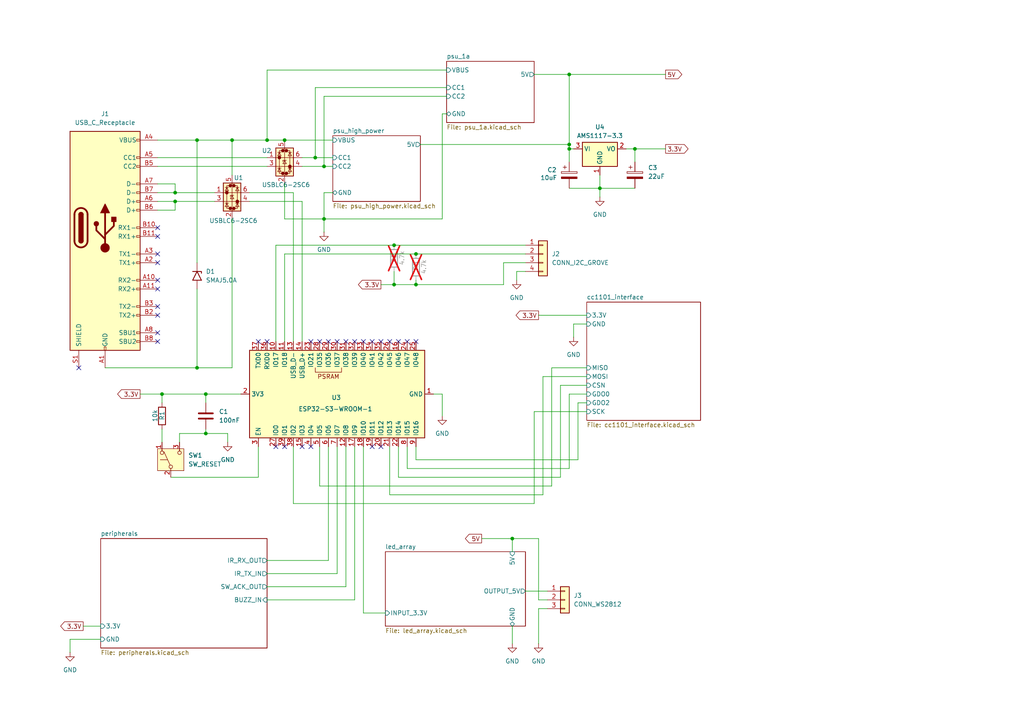
<source format=kicad_sch>
(kicad_sch (version 20250114) (generator "eeschema") (generator_version "9.0")
  (paper "A4")
  (lib_symbols
    (symbol "Connector:USB_C_Receptacle" (pin_names (offset 1.016))
      (property "Reference" "J" (at -10.16 29.21 0))
      (property "Value" "USB_C_Receptacle" (at 10.16 29.21 0))
      (symbol "USB_C_Receptacle_0_0"
        (rectangle (start -0.254 -35.56) (end 0.254 -34.544))
        (rectangle (start 10.16 25.654) (end 9.144 25.146))
        (rectangle (start 10.16 20.574) (end 9.144 20.066))
        (rectangle (start 10.16 18.034) (end 9.144 17.526))
        (rectangle (start 10.16 12.954) (end 9.144 12.446))
        (rectangle (start 10.16 10.414) (end 9.144 9.906))
        (rectangle (start 10.16 7.874) (end 9.144 7.366))
        (rectangle (start 10.16 5.334) (end 9.144 4.826))
        (rectangle (start 10.16 0.254) (end 9.144 -0.254))
        (rectangle (start 10.16 -2.286) (end 9.144 -2.794))
        (rectangle (start 10.16 -7.366) (end 9.144 -7.874))
        (rectangle (start 10.16 -9.906) (end 9.144 -10.414))
        (rectangle (start 10.16 -14.986) (end 9.144 -15.494))
        (rectangle (start 10.16 -17.526) (end 9.144 -18.034))
        (rectangle (start 10.16 -22.606) (end 9.144 -23.114))
        (rectangle (start 10.16 -25.146) (end 9.144 -25.654))
        (rectangle (start 10.16 -30.226) (end 9.144 -30.734))
        (rectangle (start 10.16 -32.766) (end 9.144 -33.274))
      )
      (symbol "USB_C_Receptacle_0_1"
        (rectangle (start -10.16 27.94) (end 10.16 -35.56) (stroke (width 0.254)) (fill (type background)))
        (polyline (pts (xy -8.89 -3.81) (xy -8.89 3.81)) (stroke (width 0.508)))
        (rectangle (start -7.62 -3.81) (end -6.35 3.81) (stroke (width 0.254)) (fill (type outline)))
        (arc (start -7.62 3.81) (mid -6.985 4.4423) (end -6.35 3.81) (stroke (width 0.254)))
        (arc (start -7.62 3.81) (mid -6.985 4.4423) (end -6.35 3.81) (stroke (width 0.254)) (fill (type outline)))
        (arc (start -8.89 3.81) (mid -6.985 5.7067) (end -5.08 3.81) (stroke (width 0.508)))
        (arc (start -5.08 -3.81) (mid -6.985 -5.7067) (end -8.89 -3.81) (stroke (width 0.508)))
        (arc (start -6.35 -3.81) (mid -6.985 -4.4423) (end -7.62 -3.81) (stroke (width 0.254)))
        (arc (start -6.35 -3.81) (mid -6.985 -4.4423) (end -7.62 -3.81) (stroke (width 0.254)) (fill (type outline)))
        (polyline (pts (xy -5.08 3.81) (xy -5.08 -3.81)) (stroke (width 0.508)))
      )
      (symbol "USB_C_Receptacle_1_1"
        (circle (center -2.54 1.143) (radius 0.635) (stroke (width 0.254)) (fill (type outline)))
        (polyline (pts (xy -1.27 4.318) (xy 0 6.858) (xy 1.27 4.318) (xy -1.27 4.318)) (stroke (width 0.254)) (fill (type outline)))
        (polyline (pts (xy 0 -2.032) (xy 2.54 0.508) (xy 2.54 1.778)) (stroke (width 0.508)))
        (polyline (pts (xy 0 -3.302) (xy -2.54 -0.762) (xy -2.54 0.508)) (stroke (width 0.508)))
        (polyline (pts (xy 0 -5.842) (xy 0 4.318)) (stroke (width 0.508)))
        (circle (center 0 -5.842) (radius 1.27) (fill (type outline)))
        (rectangle (start 1.905 1.778) (end 3.175 3.048) (stroke (width 0.254)) (fill (type outline)))
        (pin passive line (at -7.62 -40.64 90) (length 5.08) (name "SHIELD") (number "S1"))
        (pin passive line (at 0 -40.64 90) (length 5.08) (name "GND") (number "A1"))
        (pin passive line (at 0 -40.64 90) (length 5.08) (hide yes) (name "GND") (number "A12"))
        (pin passive line (at 0 -40.64 90) (length 5.08) (hide yes) (name "GND") (number "B1"))
        (pin passive line (at 0 -40.64 90) (length 5.08) (hide yes) (name "GND") (number "B12"))
        (pin passive line (at 15.24 25.4 180) (length 5.08) (name "VBUS") (number "A4"))
        (pin passive line (at 15.24 25.4 180) (length 5.08) (hide yes) (name "VBUS") (number "A9"))
        (pin passive line (at 15.24 25.4 180) (length 5.08) (hide yes) (name "VBUS") (number "B4"))
        (pin passive line (at 15.24 25.4 180) (length 5.08) (hide yes) (name "VBUS") (number "B9"))
        (pin bidirectional line (at 15.24 20.32 180) (length 5.08) (name "CC1") (number "A5"))
        (pin bidirectional line (at 15.24 17.78 180) (length 5.08) (name "CC2") (number "B5"))
        (pin bidirectional line (at 15.24 12.7 180) (length 5.08) (name "D-") (number "A7"))
        (pin bidirectional line (at 15.24 10.16 180) (length 5.08) (name "D-") (number "B7"))
        (pin bidirectional line (at 15.24 7.62 180) (length 5.08) (name "D+") (number "A6"))
        (pin bidirectional line (at 15.24 5.08 180) (length 5.08) (name "D+") (number "B6"))
        (pin bidirectional line (at 15.24 0 180) (length 5.08) (name "RX1-") (number "B10"))
        (pin bidirectional line (at 15.24 -2.54 180) (length 5.08) (name "RX1+") (number "B11"))
        (pin bidirectional line (at 15.24 -7.62 180) (length 5.08) (name "TX1-") (number "A3"))
        (pin bidirectional line (at 15.24 -10.16 180) (length 5.08) (name "TX1+") (number "A2"))
        (pin bidirectional line (at 15.24 -15.24 180) (length 5.08) (name "RX2-") (number "A10"))
        (pin bidirectional line (at 15.24 -17.78 180) (length 5.08) (name "RX2+") (number "A11"))
        (pin bidirectional line (at 15.24 -22.86 180) (length 5.08) (name "TX2-") (number "B3"))
        (pin bidirectional line (at 15.24 -25.4 180) (length 5.08) (name "TX2+") (number "B2"))
        (pin bidirectional line (at 15.24 -30.48 180) (length 5.08) (name "SBU1") (number "A8"))
        (pin bidirectional line (at 15.24 -33.02 180) (length 5.08) (name "SBU2") (number "B8"))
      )
    )
    (symbol "Connector_Generic:Conn_01x03" (pin_names (offset 1.016) (hide yes))
      (property "Reference" "J" (at 0 5.08 0))
      (property "Value" "Conn_01x03" (at 0 -5.08 0))
      (symbol "Conn_01x03_1_1"
        (rectangle (start -1.27 3.81) (end 1.27 -3.81) (stroke (width 0.254)) (fill (type background)))
        (rectangle (start -1.27 2.667) (end 0 2.413) (stroke (width 0.1524)))
        (rectangle (start -1.27 0.127) (end 0 -0.127) (stroke (width 0.1524)))
        (rectangle (start -1.27 -2.413) (end 0 -2.667) (stroke (width 0.1524)))
        (pin passive line (at -5.08 2.54 0) (length 3.81) (name "Pin_1") (number "1"))
        (pin passive line (at -5.08 0 0) (length 3.81) (name "Pin_2") (number "2"))
        (pin passive line (at -5.08 -2.54 0) (length 3.81) (name "Pin_3") (number "3"))
      )
    )
    (symbol "Connector_Generic:Conn_01x04" (pin_names (offset 1.016) (hide yes))
      (property "Reference" "J" (at 0 5.08 0))
      (property "Value" "Conn_01x04" (at 0 -7.62 0))
      (symbol "Conn_01x04_1_1"
        (rectangle (start -1.27 3.81) (end 1.27 -6.35) (stroke (width 0.254)) (fill (type background)))
        (rectangle (start -1.27 2.667) (end 0 2.413) (stroke (width 0.1524)))
        (rectangle (start -1.27 0.127) (end 0 -0.127) (stroke (width 0.1524)))
        (rectangle (start -1.27 -2.413) (end 0 -2.667) (stroke (width 0.1524)))
        (rectangle (start -1.27 -4.953) (end 0 -5.207) (stroke (width 0.1524)))
        (pin passive line (at -5.08 2.54 0) (length 3.81) (name "Pin_1") (number "1"))
        (pin passive line (at -5.08 0 0) (length 3.81) (name "Pin_2") (number "2"))
        (pin passive line (at -5.08 -2.54 0) (length 3.81) (name "Pin_3") (number "3"))
        (pin passive line (at -5.08 -5.08 0) (length 3.81) (name "Pin_4") (number "4"))
      )
    )
    (symbol "Device:C" (pin_numbers (hide yes)) (pin_names (offset 0.254))
      (property "Reference" "C" (at 0.635 2.54 0))
      (property "Value" "C" (at 0.635 -2.54 0))
      (symbol "C_0_1"
        (polyline (pts (xy -2.032 0.762) (xy 2.032 0.762)) (stroke (width 0.508)))
        (polyline (pts (xy -2.032 -0.762) (xy 2.032 -0.762)) (stroke (width 0.508)))
      )
      (symbol "C_1_1"
        (pin passive line (at 0 3.81 270) (length 2.794) (name "~") (number "1"))
        (pin passive line (at 0 -3.81 90) (length 2.794) (name "~") (number "2"))
      )
    )
    (symbol "Device:C_Polarized" (pin_numbers (hide yes)) (pin_names (offset 0.254))
      (property "Reference" "C" (at 0.635 2.54 0))
      (property "Value" "C_Polarized" (at 0.635 -2.54 0))
      (symbol "C_Polarized_0_1"
        (rectangle (start -2.286 0.508) (end 2.286 1.016))
        (polyline (pts (xy -1.778 2.286) (xy -0.762 2.286)))
        (polyline (pts (xy -1.27 2.794) (xy -1.27 1.778)))
        (rectangle (start 2.286 -0.508) (end -2.286 -1.016) (fill (type outline)))
      )
      (symbol "C_Polarized_1_1"
        (pin passive line (at 0 3.81 270) (length 2.794) (name "~") (number "1"))
        (pin passive line (at 0 -3.81 90) (length 2.794) (name "~") (number "2"))
      )
    )
    (symbol "Device:R" (pin_numbers (hide yes)) (pin_names (offset 0))
      (property "Reference" "R" (at 2.032 0 90))
      (property "Value" "R" (at 0 0 90))
      (symbol "R_0_1"
        (rectangle (start -1.016 -2.54) (end 1.016 2.54) (stroke (width 0.254)))
      )
      (symbol "R_1_1"
        (pin passive line (at 0 3.81 270) (length 1.27) (name "~") (number "1"))
        (pin passive line (at 0 -3.81 90) (length 1.27) (name "~") (number "2"))
      )
    )
    (symbol "Diode:SMAJ5.0A" (pin_numbers (hide yes)) (pin_names (offset 1.016) (hide yes))
      (property "Reference" "D" (at 0 2.54 0))
      (property "Value" "SMAJ5.0A" (at 0 -2.54 0))
      (symbol "SMAJ5.0A_0_1"
        (polyline (pts (xy -0.762 1.27) (xy -1.27 1.27) (xy -1.27 -1.27)) (stroke (width 0.254)))
        (polyline (pts (xy 1.27 1.27) (xy 1.27 -1.27) (xy -1.27 0) (xy 1.27 1.27)) (stroke (width 0.254)))
      )
      (symbol "SMAJ5.0A_1_1"
        (pin passive line (at -3.81 0 0) (length 2.54) (name "A1") (number "1"))
        (pin passive line (at 3.81 0 180) (length 2.54) (name "A2") (number "2"))
      )
    )
    (symbol "Power_Protection:USBLC6-2SC6" (pin_names (hide yes))
      (property "Reference" "U" (at 0.635 5.715 0))
      (property "Value" "USBLC6-2SC6" (at 0.635 3.81 0))
      (symbol "USBLC6-2SC6_0_0"
        (circle (center -1.524 0) (radius 0.0001) (stroke (width 0.508)))
        (circle (center -0.508 2.032) (radius 0.0001) (stroke (width 0.508)))
        (circle (center -0.508 -4.572) (radius 0.0001) (stroke (width 0.508)))
        (circle (center 0.508 2.032) (radius 0.0001) (stroke (width 0.508)))
        (circle (center 0.508 -4.572) (radius 0.0001) (stroke (width 0.508)))
        (circle (center 1.524 -2.54) (radius 0.0001) (stroke (width 0.508)))
      )
      (symbol "USBLC6-2SC6_0_1"
        (polyline (pts (xy -2.54 0) (xy 2.54 0)))
        (polyline (pts (xy -2.54 -2.54) (xy 2.54 -2.54)))
        (polyline (pts (xy -2.032 0.508) (xy -1.016 0.508) (xy -1.524 1.524) (xy -2.032 0.508)))
        (polyline (pts (xy -2.032 -3.048) (xy -1.016 -3.048)))
        (polyline (pts (xy -1.016 1.524) (xy -2.032 1.524)))
        (polyline (pts (xy -1.016 -4.064) (xy -2.032 -4.064) (xy -1.524 -3.048) (xy -1.016 -4.064)))
        (polyline (pts (xy -0.508 -1.143) (xy -0.508 -0.762) (xy 0.508 -0.762)))
        (polyline (pts (xy 0 2.54) (xy -0.508 2.032) (xy 0.508 2.032) (xy 0 1.524) (xy 0 -4.064) (xy -0.508 -4.572) (xy 0.508 -4.572) (xy 0 -5.08)))
        (polyline (pts (xy 0.508 -1.778) (xy -0.508 -1.778) (xy 0 -0.762) (xy 0.508 -1.778)))
        (polyline (pts (xy 1.016 1.524) (xy 2.032 1.524)))
        (polyline (pts (xy 1.016 -3.048) (xy 2.032 -3.048)))
        (polyline (pts (xy 2.032 0.508) (xy 1.016 0.508) (xy 1.524 1.524) (xy 2.032 0.508)))
        (polyline (pts (xy 2.032 -4.064) (xy 1.016 -4.064) (xy 1.524 -3.048) (xy 2.032 -4.064)))
      )
      (symbol "USBLC6-2SC6_1_1"
        (rectangle (start -2.54 2.794) (end 2.54 -5.334) (stroke (width 0.254)) (fill (type background)))
        (polyline (pts (xy -0.508 2.032) (xy -1.524 2.032) (xy -1.524 -4.572) (xy -0.508 -4.572)))
        (polyline (pts (xy 0.508 -4.572) (xy 1.524 -4.572) (xy 1.524 2.032) (xy 0.508 2.032)))
        (pin passive line (at -5.08 0 0) (length 2.54) (name "I/O1") (number "1"))
        (pin passive line (at -5.08 -2.54 0) (length 2.54) (name "I/O2") (number "3"))
        (pin passive line (at 0 5.08 270) (length 2.54) (name "VBUS") (number "5"))
        (pin passive line (at 0 -7.62 90) (length 2.54) (name "GND") (number "2"))
        (pin passive line (at 5.08 0 180) (length 2.54) (name "I/O1") (number "6"))
        (pin passive line (at 5.08 -2.54 180) (length 2.54) (name "I/O2") (number "4"))
      )
    )
    (symbol "RF_Module:ESP32-S3-WROOM-1"
      (property "Reference" "U" (at -12.7 26.67 0))
      (property "Value" "ESP32-S3-WROOM-1" (at 12.7 26.67 0))
      (symbol "ESP32-S3-WROOM-1_0_0"
        (rectangle (start -12.7 25.4) (end 12.7 -25.4) (stroke (width 0.254)) (fill (type background)))
        (text "PSRAM" (at 5.08 2.54 900) (effects (font (size 1.27 1.27))))
      )
      (symbol "ESP32-S3-WROOM-1_0_1"
        (polyline (pts (xy 7.62 -1.27) (xy 6.35 -1.27) (xy 6.35 6.35) (xy 7.62 6.35)))
      )
      (symbol "ESP32-S3-WROOM-1_1_1"
        (pin input line (at -15.24 22.86 0) (length 2.54) (name "EN") (number "3"))
        (pin bidirectional line (at -15.24 17.78 0) (length 2.54) (name "IO0") (number "27"))
        (pin bidirectional line (at -15.24 15.24 0) (length 2.54) (name "IO1") (number "39"))
        (pin bidirectional line (at -15.24 12.7 0) (length 2.54) (name "IO2") (number "38"))
        (pin bidirectional line (at -15.24 10.16 0) (length 2.54) (name "IO3") (number "15"))
        (pin bidirectional line (at -15.24 7.62 0) (length 2.54) (name "IO4") (number "4"))
        (pin bidirectional line (at -15.24 5.08 0) (length 2.54) (name "IO5") (number "5"))
        (pin bidirectional line (at -15.24 2.54 0) (length 2.54) (name "IO6") (number "6"))
        (pin bidirectional line (at -15.24 0 0) (length 2.54) (name "IO7") (number "7"))
        (pin bidirectional line (at -15.24 -2.54 0) (length 2.54) (name "IO8") (number "12"))
        (pin bidirectional line (at -15.24 -5.08 0) (length 2.54) (name "IO9") (number "17"))
        (pin bidirectional line (at -15.24 -7.62 0) (length 2.54) (name "IO10") (number "18"))
        (pin bidirectional line (at -15.24 -10.16 0) (length 2.54) (name "IO11") (number "19"))
        (pin bidirectional line (at -15.24 -12.7 0) (length 2.54) (name "IO12") (number "20"))
        (pin bidirectional line (at -15.24 -15.24 0) (length 2.54) (name "IO13") (number "21"))
        (pin bidirectional line (at -15.24 -17.78 0) (length 2.54) (name "IO14") (number "22"))
        (pin bidirectional line (at -15.24 -20.32 0) (length 2.54) (name "IO15") (number "8"))
        (pin bidirectional line (at -15.24 -22.86 0) (length 2.54) (name "IO16") (number "9"))
        (pin power_in line (at 0 27.94 270) (length 2.54) (name "3V3") (number "2"))
        (pin power_in line (at 0 -27.94 90) (length 2.54) (name "GND") (number "1"))
        (pin passive line (at 0 -27.94 90) (length 2.54) (hide yes) (name "GND") (number "40"))
        (pin passive line (at 0 -27.94 90) (length 2.54) (hide yes) (name "GND") (number "41"))
        (pin bidirectional line (at 15.24 22.86 180) (length 2.54) (name "TXD0") (number "37"))
        (pin bidirectional line (at 15.24 20.32 180) (length 2.54) (name "RXD0") (number "36"))
        (pin bidirectional line (at 15.24 17.78 180) (length 2.54) (name "IO17") (number "10"))
        (pin bidirectional line (at 15.24 15.24 180) (length 2.54) (name "IO18") (number "11"))
        (pin bidirectional line (at 15.24 12.7 180) (length 2.54) (name "USB_D-") (number "13"))
        (pin bidirectional line (at 15.24 10.16 180) (length 2.54) (name "USB_D+") (number "14"))
        (pin bidirectional line (at 15.24 7.62 180) (length 2.54) (name "IO21") (number "23"))
        (pin bidirectional line (at 15.24 5.08 180) (length 2.54) (name "IO35") (number "28"))
        (pin bidirectional line (at 15.24 2.54 180) (length 2.54) (name "IO36") (number "29"))
        (pin bidirectional line (at 15.24 0 180) (length 2.54) (name "IO37") (number "30"))
        (pin bidirectional line (at 15.24 -2.54 180) (length 2.54) (name "IO38") (number "31"))
        (pin bidirectional line (at 15.24 -5.08 180) (length 2.54) (name "IO39") (number "32"))
        (pin bidirectional line (at 15.24 -7.62 180) (length 2.54) (name "IO40") (number "33"))
        (pin bidirectional line (at 15.24 -10.16 180) (length 2.54) (name "IO41") (number "34"))
        (pin bidirectional line (at 15.24 -12.7 180) (length 2.54) (name "IO42") (number "35"))
        (pin bidirectional line (at 15.24 -15.24 180) (length 2.54) (name "IO45") (number "26"))
        (pin bidirectional line (at 15.24 -17.78 180) (length 2.54) (name "IO46") (number "16"))
        (pin bidirectional line (at 15.24 -20.32 180) (length 2.54) (name "IO47") (number "24"))
        (pin bidirectional line (at 15.24 -22.86 180) (length 2.54) (name "IO48") (number "25"))
      )
    )
    (symbol "Regulator_Linear:AMS1117-3.3"
      (property "Reference" "U" (at -3.81 3.175 0))
      (property "Value" "AMS1117-3.3" (at 0 3.175 0))
      (symbol "AMS1117-3.3_0_1"
        (rectangle (start -5.08 -5.08) (end 5.08 1.905) (stroke (width 0.254)) (fill (type background)))
      )
      (symbol "AMS1117-3.3_1_1"
        (pin power_in line (at -7.62 0 0) (length 2.54) (name "VI") (number "3"))
        (pin power_in line (at 0 -7.62 90) (length 2.54) (name "GND") (number "1"))
        (pin power_out line (at 7.62 0 180) (length 2.54) (name "VO") (number "2"))
      )
    )
    (symbol "Switch:SW_Push_SPDT" (pin_names (offset 0) (hide yes))
      (property "Reference" "SW" (at 0 5.08 0))
      (property "Value" "SW_Push_SPDT" (at 0 -5.08 0))
      (symbol "SW_Push_SPDT_0_0"
        (circle (center -2.032 0) (radius 0.508))
        (polyline (pts (xy 0 1.016) (xy 0 3.048)))
        (circle (center 2.032 -2.54) (radius 0.508))
      )
      (symbol "SW_Push_SPDT_0_1"
        (polyline (pts (xy -1.524 0.2032) (xy 2.3368 1.9812)))
        (circle (center 2.032 2.54) (radius 0.508))
      )
      (symbol "SW_Push_SPDT_1_1"
        (rectangle (start -3.175 3.81) (end 3.175 -3.81) (fill (type background)))
        (pin passive line (at -5.08 0 0) (length 2.54) (name "B") (number "2"))
        (pin passive line (at 5.08 2.54 180) (length 2.54) (name "A") (number "1"))
        (pin passive line (at 5.08 -2.54 180) (length 2.54) (name "C") (number "3"))
      )
    )
    (symbol "power:GND" (power) (pin_numbers (hide yes)) (pin_names (offset 0) (hide yes))
      (property "Value" "GND" (at 0 -3.81 0))
      (symbol "GND_0_1"
        (polyline (pts (xy 0 0) (xy 0 -1.27) (xy 1.27 -1.27) (xy 0 -2.54) (xy -1.27 -1.27) (xy 0 -1.27)))
      )
      (symbol "GND_1_1"
        (pin power_in line (at 0 0 270) (length 0) (name "~") (number "1"))
      )
    )
  )
  (junction (at 148.59 156.21))
  (junction (at 77.47 40.64))
  (junction (at 165.1 41.91))
  (junction (at 57.15 106.68))
  (junction (at 59.69 125.73))
  (junction (at 165.1 21.59))
  (junction (at 59.69 114.3))
  (junction (at 173.99 54.61))
  (junction (at 50.8 58.42))
  (junction (at 120.65 82.55))
  (junction (at 120.65 73.66))
  (junction (at 165.1 43.18))
  (junction (at 46.99 114.3))
  (junction (at 91.44 45.72))
  (junction (at 82.55 40.64))
  (junction (at 93.98 63.5))
  (junction (at 114.3 71.12))
  (junction (at 184.15 43.18))
  (junction (at 50.8 55.88))
  (junction (at 114.3 82.55))
  (junction (at 93.98 48.26))
  (junction (at 57.15 40.64))
  (junction (at 67.31 40.64))
  (no_connect (at 45.72 68.58))
  (no_connect (at 45.72 88.9))
  (no_connect (at 45.72 76.2))
  (no_connect (at 90.17 129.54))
  (no_connect (at 45.72 99.06))
  (no_connect (at 45.72 91.44))
  (no_connect (at 45.72 81.28))
  (no_connect (at 82.55 129.54))
  (no_connect (at 77.47 99.06))
  (no_connect (at 107.95 99.06))
  (no_connect (at 115.57 99.06))
  (no_connect (at 45.72 73.66))
  (no_connect (at 80.01 129.54))
  (no_connect (at 100.33 99.06))
  (no_connect (at 87.63 129.54))
  (no_connect (at 105.41 99.06))
  (no_connect (at 92.71 99.06))
  (no_connect (at 45.72 96.52))
  (no_connect (at 110.49 129.54))
  (no_connect (at 97.79 99.06))
  (no_connect (at 74.93 99.06))
  (no_connect (at 120.65 99.06))
  (no_connect (at 113.03 99.06))
  (no_connect (at 118.11 99.06))
  (no_connect (at 95.25 99.06))
  (no_connect (at 45.72 66.04))
  (no_connect (at 45.72 83.82))
  (no_connect (at 110.49 99.06))
  (no_connect (at 22.86 106.68))
  (no_connect (at 102.87 99.06))
  (no_connect (at 90.17 99.06))
  (no_connect (at 107.95 129.54))
  (wire (pts (xy 74.93 129.54) (xy 74.93 138.43)))
  (wire (pts (xy 165.1 21.59) (xy 165.1 41.91)))
  (wire (pts (xy 102.87 173.99) (xy 102.87 129.54)))
  (wire (pts (xy 72.39 58.42) (xy 87.63 58.42)))
  (wire (pts (xy 173.99 54.61) (xy 184.15 54.61)))
  (wire (pts (xy 67.31 50.8) (xy 67.31 40.64)))
  (wire (pts (xy 148.59 181.61) (xy 148.59 186.69)))
  (wire (pts (xy 67.31 40.64) (xy 57.15 40.64)))
  (wire (pts (xy 154.94 21.59) (xy 165.1 21.59)))
  (wire (pts (xy 173.99 50.8) (xy 173.99 54.61)))
  (wire (pts (xy 157.48 143.51) (xy 157.48 109.22)))
  (wire (pts (xy 77.47 20.32) (xy 129.54 20.32)))
  (wire (pts (xy 93.98 27.94) (xy 93.98 48.26)))
  (wire (pts (xy 57.15 40.64) (xy 45.72 40.64)))
  (wire (pts (xy 46.99 124.46) (xy 46.99 128.27)))
  (wire (pts (xy 50.8 53.34) (xy 45.72 53.34)))
  (wire (pts (xy 118.11 129.54) (xy 118.11 135.89)))
  (wire (pts (xy 40.64 114.3) (xy 46.99 114.3)))
  (wire (pts (xy 59.69 114.3) (xy 69.85 114.3)))
  (wire (pts (xy 158.75 173.99) (xy 156.21 173.99)))
  (wire (pts (xy 165.1 114.3) (xy 170.18 114.3)))
  (wire (pts (xy 57.15 106.68) (xy 67.31 106.68)))
  (wire (pts (xy 118.11 135.89) (xy 165.1 135.89)))
  (wire (pts (xy 149.86 81.28) (xy 149.86 78.74)))
  (wire (pts (xy 129.54 27.94) (xy 93.98 27.94)))
  (wire (pts (xy 162.56 111.76) (xy 170.18 111.76)))
  (wire (pts (xy 115.57 138.43) (xy 162.56 138.43)))
  (wire (pts (xy 77.47 166.37) (xy 97.79 166.37)))
  (wire (pts (xy 93.98 55.88) (xy 93.98 63.5)))
  (wire (pts (xy 146.05 76.2) (xy 152.4 76.2)))
  (wire (pts (xy 154.94 119.38) (xy 170.18 119.38)))
  (wire (pts (xy 146.05 82.55) (xy 146.05 76.2)))
  (wire (pts (xy 166.37 93.98) (xy 170.18 93.98)))
  (wire (pts (xy 82.55 40.64) (xy 96.52 40.64)))
  (wire (pts (xy 52.07 125.73) (xy 59.69 125.73)))
  (wire (pts (xy 87.63 48.26) (xy 93.98 48.26)))
  (wire (pts (xy 156.21 173.99) (xy 156.21 156.21)))
  (wire (pts (xy 114.3 82.55) (xy 120.65 82.55)))
  (wire (pts (xy 82.55 63.5) (xy 93.98 63.5)))
  (wire (pts (xy 184.15 43.18) (xy 193.04 43.18)))
  (wire (pts (xy 125.73 114.3) (xy 128.27 114.3)))
  (wire (pts (xy 24.13 181.61) (xy 29.21 181.61)))
  (wire (pts (xy 82.55 73.66) (xy 120.65 73.66)))
  (wire (pts (xy 129.54 33.02) (xy 128.27 33.02)))
  (wire (pts (xy 95.25 162.56) (xy 95.25 129.54)))
  (wire (pts (xy 115.57 129.54) (xy 115.57 138.43)))
  (wire (pts (xy 45.72 55.88) (xy 50.8 55.88)))
  (wire (pts (xy 113.03 143.51) (xy 157.48 143.51)))
  (wire (pts (xy 30.48 106.68) (xy 57.15 106.68)))
  (wire (pts (xy 85.09 55.88) (xy 85.09 99.06)))
  (wire (pts (xy 157.48 109.22) (xy 170.18 109.22)))
  (wire (pts (xy 59.69 125.73) (xy 66.04 125.73)))
  (wire (pts (xy 93.98 63.5) (xy 93.98 67.31)))
  (wire (pts (xy 156.21 176.53) (xy 156.21 186.69)))
  (wire (pts (xy 129.54 25.4) (xy 91.44 25.4)))
  (wire (pts (xy 57.15 40.64) (xy 57.15 76.2)))
  (wire (pts (xy 165.1 135.89) (xy 165.1 114.3)))
  (wire (pts (xy 128.27 33.02) (xy 128.27 63.5)))
  (wire (pts (xy 128.27 63.5) (xy 93.98 63.5)))
  (wire (pts (xy 156.21 91.44) (xy 170.18 91.44)))
  (wire (pts (xy 120.65 133.35) (xy 167.64 133.35)))
  (wire (pts (xy 105.41 177.8) (xy 105.41 129.54)))
  (wire (pts (xy 50.8 58.42) (xy 50.8 60.96)))
  (wire (pts (xy 166.37 97.79) (xy 166.37 93.98)))
  (wire (pts (xy 148.59 160.02) (xy 148.59 156.21)))
  (wire (pts (xy 111.76 177.8) (xy 105.41 177.8)))
  (wire (pts (xy 121.92 41.91) (xy 165.1 41.91)))
  (wire (pts (xy 113.03 129.54) (xy 113.03 143.51)))
  (wire (pts (xy 184.15 43.18) (xy 184.15 46.99)))
  (wire (pts (xy 82.55 53.34) (xy 82.55 63.5)))
  (wire (pts (xy 85.09 146.05) (xy 154.94 146.05)))
  (wire (pts (xy 77.47 173.99) (xy 102.87 173.99)))
  (wire (pts (xy 80.01 99.06) (xy 80.01 71.12)))
  (wire (pts (xy 46.99 114.3) (xy 46.99 116.84)))
  (wire (pts (xy 91.44 25.4) (xy 91.44 45.72)))
  (wire (pts (xy 45.72 58.42) (xy 50.8 58.42)))
  (wire (pts (xy 167.64 133.35) (xy 167.64 116.84)))
  (wire (pts (xy 57.15 83.82) (xy 57.15 106.68)))
  (wire (pts (xy 80.01 71.12) (xy 114.3 71.12)))
  (wire (pts (xy 162.56 138.43) (xy 162.56 111.76)))
  (wire (pts (xy 156.21 156.21) (xy 148.59 156.21)))
  (wire (pts (xy 52.07 128.27) (xy 52.07 125.73)))
  (wire (pts (xy 165.1 43.18) (xy 166.37 43.18)))
  (wire (pts (xy 165.1 43.18) (xy 165.1 46.99)))
  (wire (pts (xy 50.8 53.34) (xy 50.8 55.88)))
  (wire (pts (xy 120.65 82.55) (xy 146.05 82.55)))
  (wire (pts (xy 92.71 140.97) (xy 160.02 140.97)))
  (wire (pts (xy 45.72 45.72) (xy 77.47 45.72)))
  (wire (pts (xy 100.33 170.18) (xy 100.33 129.54)))
  (wire (pts (xy 165.1 41.91) (xy 165.1 43.18)))
  (wire (pts (xy 45.72 48.26) (xy 77.47 48.26)))
  (wire (pts (xy 184.15 43.18) (xy 181.61 43.18)))
  (wire (pts (xy 59.69 114.3) (xy 59.69 116.84)))
  (wire (pts (xy 120.65 129.54) (xy 120.65 133.35)))
  (wire (pts (xy 91.44 45.72) (xy 96.52 45.72)))
  (wire (pts (xy 96.52 55.88) (xy 93.98 55.88)))
  (wire (pts (xy 20.32 185.42) (xy 29.21 185.42)))
  (wire (pts (xy 67.31 40.64) (xy 77.47 40.64)))
  (wire (pts (xy 72.39 55.88) (xy 85.09 55.88)))
  (wire (pts (xy 110.49 82.55) (xy 114.3 82.55)))
  (wire (pts (xy 77.47 162.56) (xy 95.25 162.56)))
  (wire (pts (xy 97.79 166.37) (xy 97.79 129.54)))
  (wire (pts (xy 149.86 78.74) (xy 152.4 78.74)))
  (wire (pts (xy 20.32 189.23) (xy 20.32 185.42)))
  (wire (pts (xy 120.65 81.28) (xy 120.65 82.55)))
  (wire (pts (xy 152.4 171.45) (xy 158.75 171.45)))
  (wire (pts (xy 92.71 129.54) (xy 92.71 140.97)))
  (wire (pts (xy 66.04 125.73) (xy 66.04 128.27)))
  (wire (pts (xy 165.1 54.61) (xy 173.99 54.61)))
  (wire (pts (xy 82.55 99.06) (xy 82.55 73.66)))
  (wire (pts (xy 173.99 54.61) (xy 173.99 57.15)))
  (wire (pts (xy 148.59 156.21) (xy 139.7 156.21)))
  (wire (pts (xy 50.8 55.88) (xy 62.23 55.88)))
  (wire (pts (xy 114.3 71.12) (xy 152.4 71.12)))
  (wire (pts (xy 59.69 124.46) (xy 59.69 125.73)))
  (wire (pts (xy 50.8 58.42) (xy 62.23 58.42)))
  (wire (pts (xy 77.47 170.18) (xy 100.33 170.18)))
  (wire (pts (xy 45.72 60.96) (xy 50.8 60.96)))
  (wire (pts (xy 128.27 114.3) (xy 128.27 120.65)))
  (wire (pts (xy 77.47 40.64) (xy 82.55 40.64)))
  (wire (pts (xy 160.02 140.97) (xy 160.02 106.68)))
  (wire (pts (xy 87.63 58.42) (xy 87.63 99.06)))
  (wire (pts (xy 85.09 129.54) (xy 85.09 146.05)))
  (wire (pts (xy 165.1 21.59) (xy 193.04 21.59)))
  (wire (pts (xy 46.99 114.3) (xy 59.69 114.3)))
  (wire (pts (xy 158.75 176.53) (xy 156.21 176.53)))
  (wire (pts (xy 154.94 146.05) (xy 154.94 119.38)))
  (wire (pts (xy 114.3 78.74) (xy 114.3 82.55)))
  (wire (pts (xy 160.02 106.68) (xy 170.18 106.68)))
  (wire (pts (xy 49.53 138.43) (xy 74.93 138.43)))
  (wire (pts (xy 77.47 20.32) (xy 77.47 40.64)))
  (wire (pts (xy 87.63 45.72) (xy 91.44 45.72)))
  (wire (pts (xy 167.64 116.84) (xy 170.18 116.84)))
  (wire (pts (xy 93.98 48.26) (xy 96.52 48.26)))
  (wire (pts (xy 120.65 73.66) (xy 152.4 73.66)))
  (wire (pts (xy 67.31 63.5) (xy 67.31 106.68)))
  (global_label "3.3V" (shape output) (at 156.21 91.44 180) (property "Intersheetrefs" "${INTERSHEET_REFS}" (effects (hide yes))))
  (global_label "5V" (shape output) (at 139.7 156.21 180) (property "Intersheetrefs" "${INTERSHEET_REFS}" (effects (hide yes))))
  (global_label "3.3V" (shape output) (at 110.49 82.55 180) (property "Intersheetrefs" "${INTERSHEET_REFS}" (effects (hide yes))))
  (global_label "5V" (shape output) (at 193.04 21.59 0) (property "Intersheetrefs" "${INTERSHEET_REFS}" (effects (hide yes))))
  (global_label "3.3V" (shape output) (at 193.04 43.18 0) (property "Intersheetrefs" "${INTERSHEET_REFS}" (effects (hide yes))))
  (global_label "3.3V" (shape output) (at 40.64 114.3 180) (property "Intersheetrefs" "${INTERSHEET_REFS}" (effects (hide yes))))
  (global_label "3.3V" (shape output) (at 24.13 181.61 180) (property "Intersheetrefs" "${INTERSHEET_REFS}" (effects (hide yes))))
  (symbol (lib_id "Device:R") (at 46.99 120.65 0) (unit 1)
    (property "Reference" "R1" (at 46.99 121.92 90) (effects (justify left)))
    (property "Value" "10k" (at 44.958 122.428 90) (effects (justify left)))
    (property "Description" "Resistor" (effects (hide yes)))
  )
  (symbol (lib_id "power:GND") (at 66.04 128.27 0) (unit 1)
    (property "Reference" "#PWR02" (effects (hide yes)))
    (property "Value" "GND" (at 66.04 133.35 0))
    (property "Description" "Power symbol creates a global label with name \"GND\" , ground" (effects (hide yes)))
  )
  (symbol (lib_id "Device:C_Polarized") (at 165.1 50.8 0) (unit 1)
    (property "Reference" "C2" (at 158.75 49.276 0) (effects (justify left)))
    (property "Value" "10uF" (at 156.718 51.562 0) (effects (justify left)))
    (property "Description" "Polarized capacitor" (effects (hide yes)))
  )
  (symbol (lib_id "Switch:SW_Push_SPDT") (at 49.53 133.35 90) (unit 1)
    (property "Reference" "SW1" (at 54.61 132.0799 90) (effects (justify right)))
    (property "Value" "SW_RESET" (at 54.61 134.6199 90) (effects (justify right)))
    (property "Description" "Momentary Switch, single pole double throw" (effects (hide yes)))
  )
  (symbol (lib_id "Diode:SMAJ5.0A") (at 57.15 80.01 270) (unit 1)
    (property "Reference" "D1" (at 59.69 78.7399 90) (effects (justify left)))
    (property "Value" "SMAJ5.0A" (at 59.69 81.2799 90) (effects (justify left)))
    (property "Footprint" "Diode_SMD:D_SMA" (effects (hide yes)))
    (property "Datasheet" "https://www.littelfuse.com/media?resourcetype=datasheets&itemid=75e32973-b177-4ee3-a0ff-cedaf1abdb93&filename=smaj-datasheet" (effects (hide yes)))
    (property "Description" "400W unidirectional Transient Voltage Suppressor, 5.0Vr, SMA(DO-214AC)" (effects (hide yes)))
  )
  (symbol (lib_id "Power_Protection:USBLC6-2SC6") (at 82.55 45.72 0) (unit 1)
    (property "Reference" "U2" (at 75.946 43.688 0) (effects (justify left)))
    (property "Value" "USBLC6-2SC6" (at 75.946 53.594 0) (effects (justify left)))
    (property "Footprint" "Package_TO_SOT_SMD:SOT-23-6" (effects (hide yes)))
    (property "Datasheet" "https://www.st.com/resource/en/datasheet/usblc6-2.pdf" (effects (hide yes)))
    (property "Description" "Very low capacitance ESD protection diode, 2 data-line, SOT-23-6" (effects (hide yes)))
  )
  (symbol (lib_id "power:GND") (at 148.59 186.69 0) (unit 1)
    (property "Reference" "#PWR05" (effects (hide yes)))
    (property "Value" "GND" (at 148.59 191.77 0))
    (property "Description" "Power symbol creates a global label with name \"GND\" , ground" (effects (hide yes)))
  )
  (symbol (lib_id "Device:C") (at 59.69 120.65 0) (unit 1)
    (property "Reference" "C1" (at 63.5 119.3799 0) (effects (justify left)))
    (property "Value" "100nF" (at 63.5 121.9199 0) (effects (justify left)))
    (property "Description" "Unpolarized capacitor" (effects (hide yes)))
  )
  (symbol (lib_id "Connector_Generic:Conn_01x03") (at 163.83 173.99 0) (unit 1)
    (property "Reference" "J3" (at 166.37 172.7199 0) (effects (justify left)))
    (property "Value" "CONN_WS2812" (at 166.37 175.2599 0) (effects (justify left)))
    (property "Description" "Generic connector, single row, 01x03, script generated (kicad-library-utils/schlib/autogen/connector/)" (effects (hide yes)))
  )
  (symbol (lib_id "Connector_Generic:Conn_01x04") (at 157.48 73.66 0) (unit 1)
    (property "Reference" "J2" (at 160.02 73.6599 0) (effects (justify left)))
    (property "Value" "CONN_I2C_GROVE" (at 160.02 76.1999 0) (effects (justify left)))
    (property "Description" "Generic connector, single row, 01x04, script generated (kicad-library-utils/schlib/autogen/connector/)" (effects (hide yes)))
  )
  (symbol (lib_id "Power_Protection:USBLC6-2SC6") (at 67.31 55.88 0) (unit 1)
    (property "Reference" "U1" (at 67.818 51.562 0) (effects (justify left)))
    (property "Value" "USBLC6-2SC6" (at 60.706 64.008 0) (effects (justify left)))
    (property "Footprint" "Package_TO_SOT_SMD:SOT-23-6" (effects (hide yes)))
    (property "Datasheet" "https://www.st.com/resource/en/datasheet/usblc6-2.pdf" (effects (hide yes)))
    (property "Description" "Very low capacitance ESD protection diode, 2 data-line, SOT-23-6" (effects (hide yes)))
  )
  (symbol (lib_id "RF_Module:ESP32-S3-WROOM-1") (at 97.79 114.3 90) (unit 1)
    (property "Reference" "U3" (at 97.536 115.316 90))
    (property "Value" "ESP32-S3-WROOM-1" (at 97.282 118.618 90))
    (property "Footprint" "RF_Module:ESP32-S3-WROOM-1" (effects (hide yes)))
    (property "Datasheet" "https://www.espressif.com/sites/default/files/documentation/esp32-s3-wroom-1_wroom-1u_datasheet_en.pdf" (effects (hide yes)))
    (property "Description" "RF Module, ESP32-S3 SoC, Wi-Fi 802.11b/g/n, Bluetooth, BLE, 32-bit, 3.3V, onboard antenna, SMD" (effects (hide yes)))
  )
  (symbol (lib_id "Device:R") (at 120.65 77.47 0) (unit 1) (dnp yes)
    (property "Reference" "R3" (at 120.65 78.486 90) (effects (justify left)))
    (property "Value" "4.7k" (at 122.936 79.502 90) (effects (justify left)))
    (property "Description" "Resistor" (effects (hide yes)))
  )
  (symbol (lib_id "Device:R") (at 114.3 74.93 0) (unit 1) (dnp yes)
    (property "Reference" "R2" (at 114.3 76.2 90) (effects (justify left)))
    (property "Value" "4.7k" (at 116.586 76.962 90) (effects (justify left)))
    (property "Description" "Resistor" (effects (hide yes)))
  )
  (symbol (lib_id "Connector:USB_C_Receptacle") (at 30.48 66.04 0) (unit 1)
    (property "Reference" "J1" (at 30.48 33.02 0))
    (property "Value" "USB_C_Receptacle" (at 30.48 35.56 0))
    (property "Datasheet" "https://www.usb.org/sites/default/files/documents/usb_type-c.zip" (effects (hide yes)))
    (property "Description" "USB Full-Featured Type-C Receptacle connector" (effects (hide yes)))
  )
  (symbol (lib_id "power:GND") (at 93.98 67.31 0) (unit 1)
    (property "Reference" "#PWR03" (effects (hide yes)))
    (property "Value" "GND" (at 93.98 72.39 0))
    (property "Description" "Power symbol creates a global label with name \"GND\" , ground" (effects (hide yes)))
  )
  (symbol (lib_id "power:GND") (at 20.32 189.23 0) (unit 1)
    (property "Reference" "#PWR01" (effects (hide yes)))
    (property "Value" "GND" (at 20.32 194.31 0))
    (property "Description" "Power symbol creates a global label with name \"GND\" , ground" (effects (hide yes)))
  )
  (symbol (lib_id "Device:C_Polarized") (at 184.15 50.8 0) (unit 1)
    (property "Reference" "C3" (at 187.96 48.6409 0) (effects (justify left)))
    (property "Value" "22uF" (at 187.96 51.1809 0) (effects (justify left)))
    (property "Description" "Polarized capacitor" (effects (hide yes)))
  )
  (symbol (lib_id "power:GND") (at 166.37 97.79 0) (unit 1)
    (property "Reference" "#PWR08" (effects (hide yes)))
    (property "Value" "GND" (at 166.37 102.87 0))
    (property "Description" "Power symbol creates a global label with name \"GND\" , ground" (effects (hide yes)))
  )
  (symbol (lib_id "power:GND") (at 173.99 57.15 0) (unit 1)
    (property "Reference" "#PWR09" (effects (hide yes)))
    (property "Value" "GND" (at 173.99 62.23 0))
    (property "Description" "Power symbol creates a global label with name \"GND\" , ground" (effects (hide yes)))
  )
  (symbol (lib_id "Regulator_Linear:AMS1117-3.3") (at 173.99 43.18 0) (unit 1)
    (property "Reference" "U4" (at 173.99 36.83 0))
    (property "Value" "AMS1117-3.3" (at 173.99 39.37 0))
    (property "Footprint" "Package_TO_SOT_SMD:SOT-223-3_TabPin2" (effects (hide yes)))
    (property "Datasheet" "http://www.advanced-monolithic.com/pdf/ds1117.pdf" (effects (hide yes)))
    (property "Description" "1A Low Dropout regulator, positive, 3.3V fixed output, SOT-223" (effects (hide yes)))
  )
  (symbol (lib_id "power:GND") (at 156.21 186.69 0) (unit 1)
    (property "Reference" "#PWR07" (effects (hide yes)))
    (property "Value" "GND" (at 156.21 191.77 0))
    (property "Description" "Power symbol creates a global label with name \"GND\" , ground" (effects (hide yes)))
  )
  (symbol (lib_id "power:GND") (at 128.27 120.65 0) (unit 1)
    (property "Reference" "#PWR04" (effects (hide yes)))
    (property "Value" "GND" (at 128.27 125.73 0))
    (property "Description" "Power symbol creates a global label with name \"GND\" , ground" (effects (hide yes)))
  )
  (symbol (lib_id "power:GND") (at 149.86 81.28 0) (unit 1)
    (property "Reference" "#PWR06" (effects (hide yes)))
    (property "Value" "GND" (at 149.86 86.36 0))
    (property "Description" "Power symbol creates a global label with name \"GND\" , ground" (effects (hide yes)))
  )
  (sheet (at 129.54 17.78) (size 25.4 17.78) (stroke (width 0.1524))
    (property "Sheetname" "psu_1a" (at 129.54 17.0684 0) (effects (justify left bottom)))
    (property "Sheetfile" "psu_1a.kicad_sch" (at 129.54 36.1446 0) (effects (justify left top)))
    (pin "5V" output (at 154.94 21.59 0))
    (pin "CC1" input (at 129.54 25.4 180))
    (pin "CC2" input (at 129.54 27.94 180))
    (pin "GND" bidirectional (at 129.54 33.02 180))
    (pin "VBUS" input (at 129.54 20.32 180))
  )
  (sheet (at 170.18 87.63) (size 33.02 34.29) (stroke (width 0.1524))
    (property "Sheetname" "cc1101_interface" (at 170.18 86.9184 0) (effects (justify left bottom)))
    (property "Sheetfile" "cc1101_interface.kicad_sch" (at 170.18 122.5046 0) (effects (justify left top)))
    (pin "3.3V" input (at 170.18 91.44 180))
    (pin "CSN" input (at 170.18 111.76 180))
    (pin "GDO0" input (at 170.18 114.3 180))
    (pin "GDO2" input (at 170.18 116.84 180))
    (pin "GND" input (at 170.18 93.98 180))
    (pin "MISO" input (at 170.18 106.68 180))
    (pin "MOSI" input (at 170.18 109.22 180))
    (pin "SCK" input (at 170.18 119.38 180))
  )
  (sheet (at 111.76 160.02) (size 40.64 21.59) (stroke (width 0.1524))
    (property "Sheetname" "led_array" (at 111.76 159.3084 0) (effects (justify left bottom)))
    (property "Sheetfile" "led_array.kicad_sch" (at 111.76 182.1946 0) (effects (justify left top)))
    (pin "5V" input (at 148.59 160.02 90))
    (pin "GND" bidirectional (at 148.59 181.61 270))
    (pin "INPUT_3.3V" input (at 111.76 177.8 180))
    (pin "OUTPUT_5V" output (at 152.4 171.45 0))
  )
  (sheet (at 96.52 39.37) (size 25.4 19.05) (stroke (width 0.1524))
    (property "Sheetname" "psu_high_power" (at 96.52 38.6584 0) (effects (justify left bottom)))
    (property "Sheetfile" "psu_high_power.kicad_sch" (at 96.52 59.0046 0) (effects (justify left top)))
    (pin "5V" output (at 121.92 41.91 0))
    (pin "CC1" input (at 96.52 45.72 180))
    (pin "CC2" input (at 96.52 48.26 180))
    (pin "GND" bidirectional (at 96.52 55.88 180))
    (pin "VBUS" input (at 96.52 40.64 180))
  )
  (sheet (at 29.21 156.21) (size 48.26 31.75) (stroke (width 0.1524))
    (property "Sheetname" "peripherals" (at 29.21 155.4984 0) (effects (justify left bottom)))
    (property "Sheetfile" "peripherals.kicad_sch" (at 29.21 188.5446 0) (effects (justify left top)))
    (pin "3.3V" input (at 29.21 181.61 180))
    (pin "BUZZ_IN" input (at 77.47 173.99 0))
    (pin "GND" input (at 29.21 185.42 180))
    (pin "IR_RX_OUT" output (at 77.47 162.56 0))
    (pin "IR_TX_IN" output (at 77.47 166.37 0))
    (pin "SW_ACK_OUT" output (at 77.47 170.18 0))
  )
)
</source>
